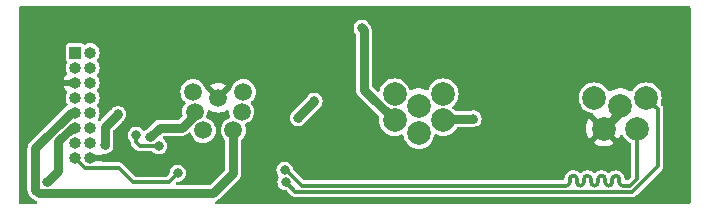
<source format=gbr>
%TF.GenerationSoftware,KiCad,Pcbnew,7.0.10*%
%TF.CreationDate,2025-03-26T19:50:04+01:00*%
%TF.ProjectId,ConnectorInterfaceBoard,436f6e6e-6563-4746-9f72-496e74657266,rev?*%
%TF.SameCoordinates,Original*%
%TF.FileFunction,Copper,L2,Bot*%
%TF.FilePolarity,Positive*%
%FSLAX46Y46*%
G04 Gerber Fmt 4.6, Leading zero omitted, Abs format (unit mm)*
G04 Created by KiCad (PCBNEW 7.0.10) date 2025-03-26 19:50:04*
%MOMM*%
%LPD*%
G01*
G04 APERTURE LIST*
%TA.AperFunction,ComponentPad*%
%ADD10R,1.000000X1.000000*%
%TD*%
%TA.AperFunction,ComponentPad*%
%ADD11O,1.000000X1.000000*%
%TD*%
%TA.AperFunction,ComponentPad*%
%ADD12C,1.520000*%
%TD*%
%TA.AperFunction,ComponentPad*%
%ADD13C,2.000000*%
%TD*%
%TA.AperFunction,ViaPad*%
%ADD14C,0.800000*%
%TD*%
%TA.AperFunction,Conductor*%
%ADD15C,0.750000*%
%TD*%
%TA.AperFunction,Conductor*%
%ADD16C,0.300000*%
%TD*%
G04 APERTURE END LIST*
D10*
%TO.P,J4,1,Pin_1*%
%TO.N,Analog0_In*%
X16713200Y-15875000D03*
D11*
%TO.P,J4,2,Pin_2*%
%TO.N,Analog1_In*%
X17983200Y-15875000D03*
%TO.P,J4,3,Pin_3*%
%TO.N,Analog2_In*%
X16713200Y-17145000D03*
%TO.P,J4,4,Pin_4*%
%TO.N,Analog3_In*%
X17983200Y-17145000D03*
%TO.P,J4,5,Pin_5*%
%TO.N,GND*%
X16713200Y-18415000D03*
%TO.P,J4,6,Pin_6*%
%TO.N,GPIO1_out{slash}in*%
X17983200Y-18415000D03*
%TO.P,J4,7,Pin_7*%
%TO.N,GPIO2_out{slash}in*%
X16713200Y-19685000D03*
%TO.P,J4,8,Pin_8*%
%TO.N,GPIO3_out{slash}in*%
X17983200Y-19685000D03*
%TO.P,J4,9,Pin_9*%
%TO.N,GPIO4_out{slash}in*%
X16713200Y-20955000D03*
%TO.P,J4,10,Pin_10*%
%TO.N,GPIO5_out{slash}in*%
X17983200Y-20955000D03*
%TO.P,J4,11,Pin_11*%
%TO.N,GPIO6_out{slash}in*%
X16713200Y-22225000D03*
%TO.P,J4,12,Pin_12*%
%TO.N,+BATT*%
X17983200Y-22225000D03*
%TO.P,J4,13,Pin_13*%
X16713200Y-23495000D03*
%TO.P,J4,14,Pin_14*%
%TO.N,CAN1_P*%
X17983200Y-23495000D03*
%TO.P,J4,15,Pin_15*%
%TO.N,CAN1_N*%
X16713200Y-24765000D03*
%TO.P,J4,16,Pin_16*%
%TO.N,GND*%
X17983200Y-24765000D03*
%TD*%
D12*
%TO.P,J1,1,Pin_1*%
%TO.N,GPIO1_out{slash}in*%
X26695400Y-19177000D03*
%TO.P,J1,2,Pin_2*%
%TO.N,GPIO2_out{slash}in*%
X26847800Y-20878800D03*
%TO.P,J1,3,Pin_3*%
%TO.N,GPIO3_out{slash}in*%
X27559000Y-22453600D03*
%TO.P,J1,4,Pin_4*%
%TO.N,GPIO4_out{slash}in*%
X30099000Y-22453600D03*
%TO.P,J1,5,Pin_5*%
%TO.N,GPIO5_out{slash}in*%
X30810200Y-20878800D03*
%TO.P,J1,6,Pin_6*%
%TO.N,GPIO6_out{slash}in*%
X30962600Y-19177000D03*
%TO.P,J1,7,Pin_7*%
%TO.N,GND*%
X28829000Y-19685000D03*
%TD*%
D13*
%TO.P,J3,1,Pin_1*%
%TO.N,+BATT*%
X60655200Y-19685000D03*
%TO.P,J3,2,Pin_2*%
%TO.N,GND*%
X61468000Y-22301200D03*
%TO.P,J3,3,Pin_3*%
%TO.N,CAN1_N*%
X64262000Y-22301200D03*
%TO.P,J3,4,Pin_4*%
%TO.N,CAN1_P*%
X65074800Y-19685000D03*
%TO.P,J3,5,Pin_5*%
%TO.N,GND*%
X62865000Y-20370800D03*
%TD*%
%TO.P,J2,1,Pin_1*%
%TO.N,+BATT*%
X43764200Y-19354800D03*
%TO.P,J2,2,Pin_2*%
%TO.N,Analog0_In*%
X43764200Y-21615400D03*
%TO.P,J2,3,Pin_3*%
%TO.N,Analog1_In*%
X45821600Y-22707600D03*
%TO.P,J2,4,Pin_4*%
%TO.N,Analog2_In*%
X47879000Y-21615400D03*
%TO.P,J2,5,Pin_5*%
%TO.N,Analog3_In*%
X47879000Y-19354800D03*
%TO.P,J2,6,Pin_6*%
%TO.N,GND*%
X45821600Y-20396200D03*
%TD*%
D14*
%TO.N,GPIO2_out{slash}in*%
X23065310Y-23036006D03*
%TO.N,GPIO6_out{slash}in*%
X14332046Y-26813404D03*
%TO.N,GND*%
X20828000Y-24485600D03*
X22910800Y-25755600D03*
X14579600Y-18389600D03*
X24587200Y-24993600D03*
X28803600Y-25755600D03*
X31343600Y-25806400D03*
%TO.N,+BATT*%
X19259567Y-23711600D03*
X35602270Y-21385530D03*
X20332926Y-21094920D03*
X36961521Y-19987062D03*
%TO.N,Analog0_In*%
X40995600Y-13802000D03*
%TO.N,Analog2_In*%
X50429000Y-21463000D03*
%TO.N,CAN1_N*%
X25400000Y-26084000D03*
X34463181Y-25815581D03*
%TO.N,CAN1_P*%
X34540370Y-26812600D03*
X23814451Y-23785148D03*
X21862545Y-22859911D03*
%TD*%
D15*
%TO.N,GPIO2_out{slash}in*%
X25748673Y-22233030D02*
X26847800Y-21133903D01*
X23868286Y-22233030D02*
X25748673Y-22233030D01*
X26847800Y-21133903D02*
X26847800Y-20878800D01*
X23065310Y-23036006D02*
X23868286Y-22233030D01*
%TO.N,GPIO4_out{slash}in*%
X13666004Y-27788404D02*
X28396396Y-27788404D01*
X13357046Y-23958252D02*
X13357046Y-27479446D01*
X16713200Y-20955000D02*
X16360298Y-20955000D01*
X30099000Y-26085800D02*
X30099000Y-22453600D01*
X16360298Y-20955000D02*
X13357046Y-23958252D01*
X28396396Y-27788404D02*
X30099000Y-26085800D01*
X13357046Y-27479446D02*
X13666004Y-27788404D01*
%TO.N,GPIO6_out{slash}in*%
X15290800Y-25854650D02*
X15290800Y-23368000D01*
X15290800Y-23368000D02*
X16433800Y-22225000D01*
X14332046Y-26813404D02*
X15290800Y-25854650D01*
X16433800Y-22225000D02*
X16713200Y-22225000D01*
%TO.N,GND*%
X62865000Y-20370800D02*
X62865000Y-20904200D01*
X62865000Y-20904200D02*
X61468000Y-22301200D01*
%TO.N,+BATT*%
X35602270Y-21385530D02*
X35602270Y-21346313D01*
X20332926Y-21094920D02*
X19259567Y-22168279D01*
X19259567Y-22168279D02*
X19259567Y-23711600D01*
X35602270Y-21346313D02*
X36961521Y-19987062D01*
%TO.N,Analog0_In*%
X40995600Y-13802000D02*
X41148000Y-13954400D01*
X41148000Y-13954400D02*
X41148000Y-18999200D01*
X41148000Y-18999200D02*
X43764200Y-21615400D01*
%TO.N,Analog2_In*%
X50429000Y-21463000D02*
X48031400Y-21463000D01*
X48031400Y-21463000D02*
X47879000Y-21615400D01*
D16*
%TO.N,CAN1_N*%
X20408000Y-25615000D02*
X17563200Y-25615000D01*
X62793600Y-26835200D02*
X62793600Y-26583253D01*
X24650000Y-26834000D02*
X21627000Y-26834000D01*
X35923631Y-27135200D02*
X34604012Y-25815581D01*
X17563200Y-25615000D02*
X16713200Y-24765000D01*
X25400000Y-26084000D02*
X24650000Y-26834000D01*
X64262000Y-22301200D02*
X64262000Y-26572494D01*
X21627000Y-26834000D02*
X20408000Y-25615000D01*
X61593600Y-26835200D02*
X61593600Y-26583251D01*
X34604012Y-25815581D02*
X34463181Y-25815581D01*
X58293600Y-27135200D02*
X56844344Y-27135200D01*
X62193600Y-26583253D02*
X62193600Y-26835200D01*
X60393600Y-26835200D02*
X60393600Y-26583250D01*
X56844344Y-27135200D02*
X35923631Y-27135200D01*
X63699294Y-27135200D02*
X63093600Y-27135200D01*
X60993600Y-26583251D02*
X60993600Y-26835200D01*
X59793600Y-26583250D02*
X59793600Y-26835200D01*
X58593600Y-26583242D02*
X58593600Y-26835200D01*
X59193600Y-26835200D02*
X59193600Y-26583242D01*
X64262000Y-26572494D02*
X63699294Y-27135200D01*
X60693600Y-27135200D02*
G75*
G03*
X60993600Y-26835200I0J300000D01*
G01*
X61593600Y-26835200D02*
G75*
G03*
X61893600Y-27135200I300000J0D01*
G01*
X61293600Y-26283300D02*
G75*
G03*
X60993600Y-26583251I0J-300000D01*
G01*
X60393650Y-26583250D02*
G75*
G03*
X60093600Y-26283250I-300050J-50D01*
G01*
X60393600Y-26835200D02*
G75*
G03*
X60693600Y-27135200I300000J0D01*
G01*
X58893600Y-26283200D02*
G75*
G03*
X58593600Y-26583242I0J-300000D01*
G01*
X59193558Y-26583242D02*
G75*
G03*
X58893600Y-26283242I-299958J42D01*
G01*
X58293600Y-27135200D02*
G75*
G03*
X58593600Y-26835200I0J300000D01*
G01*
X60093600Y-26283300D02*
G75*
G03*
X59793600Y-26583250I0J-300000D01*
G01*
X62793647Y-26583253D02*
G75*
G03*
X62493600Y-26283253I-300047J-47D01*
G01*
X62493600Y-26283300D02*
G75*
G03*
X62193600Y-26583253I0J-300000D01*
G01*
X61893600Y-27135200D02*
G75*
G03*
X62193600Y-26835200I0J300000D01*
G01*
X61593649Y-26583251D02*
G75*
G03*
X61293600Y-26283251I-300049J-49D01*
G01*
X62793600Y-26835200D02*
G75*
G03*
X63093600Y-27135200I300000J0D01*
G01*
X59193600Y-26835200D02*
G75*
G03*
X59493600Y-27135200I300000J0D01*
G01*
X59493600Y-27135200D02*
G75*
G03*
X59793600Y-26835200I0J300000D01*
G01*
%TO.N,CAN1_P*%
X35362970Y-27635200D02*
X63906400Y-27635200D01*
X34540370Y-26812600D02*
X35362970Y-27635200D01*
X21862545Y-23469964D02*
X22177729Y-23785148D01*
X66074800Y-25466800D02*
X66074800Y-20685000D01*
X63906400Y-27635200D02*
X66074800Y-25466800D01*
X66074800Y-20685000D02*
X65074800Y-19685000D01*
X22177729Y-23785148D02*
X23814451Y-23785148D01*
X21862545Y-22859911D02*
X21862545Y-23469964D01*
%TD*%
%TA.AperFunction,Conductor*%
%TO.N,GND*%
G36*
X68759000Y-11958462D02*
G01*
X68813538Y-12013000D01*
X68833500Y-12087500D01*
X68833500Y-28552500D01*
X68813538Y-28627000D01*
X68759000Y-28681538D01*
X68684500Y-28701500D01*
X28707595Y-28701500D01*
X28633095Y-28681538D01*
X28578557Y-28627000D01*
X28558595Y-28552500D01*
X28578557Y-28478000D01*
X28633095Y-28423462D01*
X28646427Y-28416635D01*
X28649153Y-28415407D01*
X28650903Y-28414619D01*
X28659194Y-28411184D01*
X28712622Y-28390922D01*
X28718459Y-28386892D01*
X28741947Y-28373644D01*
X28748424Y-28370730D01*
X28793388Y-28335501D01*
X28800610Y-28330186D01*
X28847625Y-28297736D01*
X28885501Y-28254981D01*
X28891637Y-28248462D01*
X30559058Y-26581041D01*
X30565577Y-26574905D01*
X30608332Y-26537029D01*
X30640782Y-26490014D01*
X30646104Y-26482783D01*
X30668150Y-26454645D01*
X30681326Y-26437828D01*
X30684240Y-26431351D01*
X30697488Y-26407863D01*
X30701518Y-26402026D01*
X30721780Y-26348597D01*
X30725198Y-26340345D01*
X30748650Y-26288239D01*
X30749927Y-26281267D01*
X30757174Y-26255273D01*
X30759687Y-26248647D01*
X30759686Y-26248647D01*
X30759688Y-26248645D01*
X30766575Y-26191916D01*
X30767922Y-26183073D01*
X30778219Y-26126885D01*
X30774771Y-26069895D01*
X30774500Y-26060900D01*
X30774500Y-25815581D01*
X33757536Y-25815581D01*
X33778041Y-25984455D01*
X33838362Y-26143510D01*
X33865644Y-26183034D01*
X33913851Y-26252874D01*
X33936276Y-26285361D01*
X33962169Y-26358013D01*
X33948266Y-26433878D01*
X33936277Y-26454645D01*
X33915551Y-26484670D01*
X33855230Y-26643725D01*
X33834725Y-26812600D01*
X33855230Y-26981474D01*
X33915551Y-27140529D01*
X33915552Y-27140530D01*
X34012187Y-27280529D01*
X34012189Y-27280530D01*
X34012190Y-27280532D01*
X34139516Y-27393332D01*
X34139518Y-27393334D01*
X34290145Y-27472390D01*
X34455314Y-27513100D01*
X34542048Y-27513100D01*
X34616548Y-27533062D01*
X34647407Y-27556741D01*
X35020610Y-27929943D01*
X35031743Y-27942401D01*
X35053091Y-27969170D01*
X35099955Y-28001121D01*
X35104468Y-28004324D01*
X35106444Y-28005782D01*
X35150088Y-28037993D01*
X35150090Y-28037994D01*
X35157648Y-28041989D01*
X35165292Y-28045670D01*
X35165295Y-28045671D01*
X35165297Y-28045672D01*
X35219512Y-28062394D01*
X35224748Y-28064117D01*
X35267263Y-28078994D01*
X35278271Y-28082846D01*
X35286655Y-28084432D01*
X35295066Y-28085700D01*
X35295068Y-28085700D01*
X35351753Y-28085700D01*
X35357323Y-28085804D01*
X35413980Y-28087924D01*
X35413984Y-28087923D01*
X35425079Y-28086674D01*
X35425216Y-28087897D01*
X35441897Y-28085700D01*
X63872734Y-28085700D01*
X63889414Y-28086636D01*
X63923435Y-28090470D01*
X63979197Y-28079918D01*
X63984602Y-28079000D01*
X64040687Y-28070548D01*
X64040694Y-28070544D01*
X64048861Y-28068025D01*
X64056868Y-28065224D01*
X64056868Y-28065223D01*
X64056872Y-28065223D01*
X64107042Y-28038705D01*
X64111948Y-28036229D01*
X64163042Y-28011625D01*
X64163044Y-28011622D01*
X64170095Y-28006816D01*
X64176935Y-28001768D01*
X64176935Y-28001767D01*
X64176938Y-28001766D01*
X64217060Y-27961642D01*
X64220992Y-27957854D01*
X64262594Y-27919255D01*
X64262595Y-27919252D01*
X64262597Y-27919251D01*
X64269557Y-27910524D01*
X64270542Y-27911309D01*
X64280761Y-27897941D01*
X66369554Y-25809147D01*
X66381993Y-25798032D01*
X66408770Y-25776679D01*
X66440739Y-25729788D01*
X66443908Y-25725321D01*
X66477593Y-25679682D01*
X66477594Y-25679680D01*
X66481574Y-25672150D01*
X66485267Y-25664480D01*
X66485272Y-25664473D01*
X66501985Y-25610288D01*
X66503728Y-25604989D01*
X66514275Y-25574849D01*
X66522446Y-25551499D01*
X66522446Y-25551496D01*
X66524027Y-25543141D01*
X66525300Y-25534700D01*
X66525300Y-25478034D01*
X66525404Y-25472463D01*
X66525458Y-25471012D01*
X66527525Y-25415790D01*
X66527524Y-25415785D01*
X66526275Y-25404692D01*
X66527493Y-25404554D01*
X66525300Y-25387870D01*
X66525300Y-20718666D01*
X66526237Y-20701984D01*
X66528145Y-20685047D01*
X66530070Y-20667965D01*
X66522319Y-20626997D01*
X66519530Y-20612258D01*
X66518596Y-20606764D01*
X66510148Y-20550714D01*
X66507632Y-20542557D01*
X66504825Y-20534534D01*
X66504824Y-20534529D01*
X66481509Y-20490415D01*
X66478318Y-20484378D01*
X66475807Y-20479403D01*
X66451226Y-20428360D01*
X66446422Y-20421314D01*
X66441366Y-20414463D01*
X66401278Y-20374375D01*
X66397438Y-20370389D01*
X66358855Y-20328806D01*
X66358852Y-20328804D01*
X66350127Y-20321846D01*
X66350886Y-20320894D01*
X66337542Y-20310639D01*
X66329791Y-20302888D01*
X66291227Y-20236093D01*
X66291227Y-20158965D01*
X66300115Y-20134549D01*
X66301539Y-20131496D01*
X66360435Y-19911692D01*
X66380268Y-19685000D01*
X66360435Y-19458308D01*
X66301539Y-19238504D01*
X66205368Y-19032266D01*
X66124841Y-18917261D01*
X66074848Y-18845862D01*
X65913937Y-18684951D01*
X65727541Y-18554437D01*
X65727538Y-18554435D01*
X65727534Y-18554432D01*
X65521296Y-18458261D01*
X65301492Y-18399365D01*
X65301493Y-18399365D01*
X65074800Y-18379532D01*
X64848106Y-18399365D01*
X64628307Y-18458260D01*
X64628306Y-18458260D01*
X64628304Y-18458261D01*
X64422066Y-18554432D01*
X64422063Y-18554434D01*
X64422061Y-18554435D01*
X64422058Y-18554437D01*
X64235662Y-18684951D01*
X64074751Y-18845862D01*
X63944237Y-19032258D01*
X63944228Y-19032272D01*
X63928224Y-19066593D01*
X63878646Y-19125676D01*
X63806169Y-19152053D01*
X63730213Y-19138658D01*
X63701669Y-19121202D01*
X63688236Y-19110747D01*
X63469606Y-18992431D01*
X63234493Y-18911717D01*
X62989291Y-18870800D01*
X62740708Y-18870800D01*
X62495506Y-18911717D01*
X62260393Y-18992431D01*
X62041769Y-19110744D01*
X62041767Y-19110745D01*
X62028328Y-19121205D01*
X61957275Y-19151208D01*
X61880740Y-19141666D01*
X61819229Y-19095134D01*
X61801774Y-19066590D01*
X61785771Y-19032272D01*
X61785769Y-19032270D01*
X61785768Y-19032266D01*
X61785765Y-19032261D01*
X61785764Y-19032260D01*
X61655248Y-18845862D01*
X61494337Y-18684951D01*
X61307941Y-18554437D01*
X61307938Y-18554435D01*
X61307934Y-18554432D01*
X61101696Y-18458261D01*
X60881892Y-18399365D01*
X60881893Y-18399365D01*
X60655200Y-18379532D01*
X60428506Y-18399365D01*
X60208707Y-18458260D01*
X60208706Y-18458260D01*
X60208704Y-18458261D01*
X60002466Y-18554432D01*
X60002463Y-18554434D01*
X60002461Y-18554435D01*
X60002458Y-18554437D01*
X59816062Y-18684951D01*
X59655151Y-18845862D01*
X59524637Y-19032258D01*
X59524635Y-19032261D01*
X59524634Y-19032263D01*
X59524632Y-19032266D01*
X59428461Y-19238504D01*
X59428460Y-19238507D01*
X59369565Y-19458306D01*
X59349732Y-19685000D01*
X59369565Y-19911693D01*
X59398987Y-20021497D01*
X59428461Y-20131496D01*
X59524632Y-20337734D01*
X59524635Y-20337738D01*
X59524637Y-20337741D01*
X59655151Y-20524137D01*
X59816062Y-20685048D01*
X59883632Y-20732360D01*
X60002466Y-20815568D01*
X60208704Y-20911739D01*
X60428508Y-20970635D01*
X60458898Y-20973293D01*
X60531373Y-20999670D01*
X60580951Y-21058753D01*
X60581382Y-21061029D01*
X61104891Y-21584538D01*
X60966052Y-21671777D01*
X60838577Y-21799252D01*
X60751338Y-21938091D01*
X60244563Y-21431316D01*
X60144266Y-21584832D01*
X60044412Y-21812478D01*
X59983386Y-22053466D01*
X59962859Y-22301198D01*
X59962859Y-22301201D01*
X59983386Y-22548933D01*
X60044412Y-22789921D01*
X60144263Y-23017558D01*
X60144267Y-23017565D01*
X60244563Y-23171081D01*
X60751337Y-22664306D01*
X60838577Y-22803148D01*
X60966052Y-22930623D01*
X61104891Y-23017861D01*
X60597942Y-23524809D01*
X60597942Y-23524810D01*
X60644766Y-23561254D01*
X60863393Y-23679568D01*
X61098506Y-23760282D01*
X61343708Y-23801199D01*
X61343708Y-23801200D01*
X61592292Y-23801200D01*
X61592291Y-23801199D01*
X61837493Y-23760282D01*
X62072606Y-23679568D01*
X62291233Y-23561254D01*
X62338056Y-23524809D01*
X61831108Y-23017861D01*
X61969948Y-22930623D01*
X62097423Y-22803148D01*
X62184661Y-22664308D01*
X62691435Y-23171082D01*
X62691435Y-23171081D01*
X62791728Y-23017574D01*
X62791733Y-23017564D01*
X62838471Y-22911011D01*
X62886678Y-22850804D01*
X62958529Y-22822766D01*
X63034773Y-22834411D01*
X63094980Y-22882618D01*
X63109961Y-22907890D01*
X63122272Y-22934290D01*
X63131432Y-22953934D01*
X63145132Y-22973500D01*
X63261951Y-23140337D01*
X63422862Y-23301248D01*
X63477692Y-23339640D01*
X63609266Y-23431768D01*
X63636919Y-23444663D01*
X63725469Y-23485954D01*
X63784553Y-23535530D01*
X63810933Y-23608007D01*
X63811500Y-23620994D01*
X63811500Y-26324173D01*
X63791538Y-26398673D01*
X63767859Y-26429532D01*
X63556332Y-26641059D01*
X63489537Y-26679623D01*
X63450973Y-26684700D01*
X63393140Y-26684700D01*
X63318640Y-26664738D01*
X63264102Y-26610200D01*
X63244140Y-26535720D01*
X63244137Y-26509267D01*
X63215276Y-26364282D01*
X63158688Y-26227711D01*
X63158687Y-26227709D01*
X63158686Y-26227707D01*
X63111833Y-26157603D01*
X63076546Y-26104803D01*
X62972006Y-26000279D01*
X62972000Y-26000275D01*
X62849085Y-25918156D01*
X62849076Y-25918151D01*
X62712509Y-25861590D01*
X62712505Y-25861589D01*
X62712294Y-25861547D01*
X62567515Y-25832752D01*
X62567511Y-25832752D01*
X62493600Y-25832753D01*
X62424862Y-25832753D01*
X62424147Y-25832800D01*
X62419690Y-25832800D01*
X62310954Y-25854426D01*
X62274708Y-25861635D01*
X62274704Y-25861636D01*
X62138144Y-25918194D01*
X62138136Y-25918198D01*
X62015227Y-26000313D01*
X62015221Y-26000318D01*
X61998984Y-26016553D01*
X61932186Y-26055111D01*
X61855058Y-26055103D01*
X61788286Y-26016553D01*
X61772010Y-26000280D01*
X61772008Y-26000278D01*
X61772006Y-26000276D01*
X61649085Y-25918154D01*
X61649080Y-25918152D01*
X61649075Y-25918149D01*
X61512509Y-25861588D01*
X61512505Y-25861587D01*
X61512304Y-25861547D01*
X61367515Y-25832750D01*
X61367511Y-25832750D01*
X61293600Y-25832751D01*
X61224907Y-25832751D01*
X61224160Y-25832800D01*
X61219690Y-25832800D01*
X61110954Y-25854426D01*
X61074708Y-25861635D01*
X61074704Y-25861636D01*
X60938147Y-25918193D01*
X60938138Y-25918198D01*
X60815226Y-26000315D01*
X60815220Y-26000320D01*
X60798982Y-26016555D01*
X60732182Y-26055111D01*
X60655054Y-26055102D01*
X60588286Y-26016553D01*
X60572009Y-26000279D01*
X60572008Y-26000278D01*
X60572005Y-26000275D01*
X60548323Y-25984453D01*
X60449092Y-25918156D01*
X60449085Y-25918153D01*
X60449086Y-25918153D01*
X60449084Y-25918152D01*
X60312626Y-25861636D01*
X60312503Y-25861585D01*
X60250034Y-25849161D01*
X60167515Y-25832749D01*
X60167511Y-25832749D01*
X60093600Y-25832750D01*
X60024929Y-25832750D01*
X60024164Y-25832800D01*
X60019690Y-25832800D01*
X59957804Y-25845108D01*
X59874711Y-25861634D01*
X59738141Y-25918196D01*
X59738135Y-25918200D01*
X59615232Y-26000310D01*
X59615221Y-26000319D01*
X59598971Y-26016566D01*
X59532171Y-26055122D01*
X59455043Y-26055113D01*
X59388259Y-26016547D01*
X59372025Y-26000311D01*
X59348295Y-25984453D01*
X59249108Y-25918170D01*
X59249096Y-25918164D01*
X59112523Y-25861589D01*
X59112514Y-25861586D01*
X58967522Y-25832743D01*
X58955344Y-25832742D01*
X58955183Y-25832699D01*
X58819678Y-25832700D01*
X58734524Y-25849640D01*
X58674668Y-25861547D01*
X58674666Y-25861547D01*
X58674665Y-25861548D01*
X58538076Y-25918131D01*
X58538070Y-25918134D01*
X58415154Y-26000274D01*
X58415148Y-26000278D01*
X58310610Y-26104830D01*
X58310607Y-26104834D01*
X58228484Y-26227764D01*
X58171918Y-26364365D01*
X58143090Y-26509383D01*
X58143094Y-26535682D01*
X58123141Y-26610185D01*
X58068609Y-26664729D01*
X57994112Y-26684700D01*
X36171953Y-26684700D01*
X36097453Y-26664738D01*
X36066594Y-26641059D01*
X35195192Y-25769658D01*
X35156628Y-25702863D01*
X35152637Y-25682259D01*
X35148321Y-25646709D01*
X35087999Y-25487651D01*
X34991364Y-25347652D01*
X34991361Y-25347649D01*
X34991360Y-25347648D01*
X34864034Y-25234848D01*
X34864035Y-25234848D01*
X34713405Y-25155790D01*
X34548237Y-25115081D01*
X34378125Y-25115081D01*
X34212956Y-25155790D01*
X34062326Y-25234848D01*
X33935001Y-25347648D01*
X33934998Y-25347652D01*
X33838362Y-25487651D01*
X33778041Y-25646706D01*
X33757536Y-25815581D01*
X30774500Y-25815581D01*
X30774500Y-23341612D01*
X30794462Y-23267112D01*
X30828976Y-23226433D01*
X30832663Y-23223406D01*
X30852515Y-23207115D01*
X30985040Y-23045633D01*
X31083515Y-22861399D01*
X31144155Y-22661494D01*
X31164631Y-22453600D01*
X31144155Y-22245706D01*
X31087406Y-22058631D01*
X31084883Y-21981547D01*
X31121241Y-21913526D01*
X31186737Y-21872797D01*
X31217999Y-21863315D01*
X31386982Y-21772992D01*
X31402222Y-21764846D01*
X31402222Y-21764845D01*
X31402233Y-21764840D01*
X31563715Y-21632315D01*
X31696240Y-21470833D01*
X31701707Y-21460606D01*
X31723466Y-21419896D01*
X31741835Y-21385530D01*
X34896625Y-21385530D01*
X34917130Y-21554404D01*
X34977451Y-21713459D01*
X34977452Y-21713460D01*
X35074087Y-21853459D01*
X35074089Y-21853460D01*
X35074090Y-21853462D01*
X35201416Y-21966262D01*
X35201418Y-21966264D01*
X35352045Y-22045320D01*
X35517214Y-22086030D01*
X35687326Y-22086030D01*
X35852495Y-22045320D01*
X36003122Y-21966264D01*
X36130453Y-21853459D01*
X36227088Y-21713460D01*
X36238146Y-21684300D01*
X36272101Y-21631781D01*
X37291022Y-20612860D01*
X37327133Y-20586290D01*
X37362373Y-20567796D01*
X37489704Y-20454991D01*
X37586339Y-20314992D01*
X37646661Y-20155934D01*
X37667166Y-19987062D01*
X37646661Y-19818190D01*
X37628018Y-19769033D01*
X37586339Y-19659132D01*
X37580647Y-19650886D01*
X37489704Y-19519133D01*
X37489701Y-19519130D01*
X37489700Y-19519129D01*
X37362374Y-19406329D01*
X37362375Y-19406329D01*
X37211745Y-19327271D01*
X37046577Y-19286562D01*
X36876465Y-19286562D01*
X36711296Y-19327271D01*
X36560666Y-19406329D01*
X36433342Y-19519128D01*
X36433332Y-19519139D01*
X36350083Y-19639744D01*
X36332819Y-19660460D01*
X35142232Y-20851048D01*
X35135681Y-20857214D01*
X35092944Y-20895076D01*
X35092934Y-20895088D01*
X35092870Y-20895182D01*
X35079460Y-20910323D01*
X35080062Y-20910857D01*
X35074086Y-20917601D01*
X35032677Y-20977591D01*
X35027352Y-20984827D01*
X35019945Y-20994282D01*
X35015285Y-21001990D01*
X35014901Y-21001758D01*
X35009993Y-21010453D01*
X34977453Y-21057597D01*
X34977449Y-21057605D01*
X34917131Y-21216651D01*
X34917130Y-21216657D01*
X34917130Y-21216658D01*
X34911407Y-21263792D01*
X34896625Y-21385530D01*
X31741835Y-21385530D01*
X31794715Y-21286599D01*
X31855355Y-21086694D01*
X31875831Y-20878800D01*
X31855355Y-20670906D01*
X31854463Y-20667967D01*
X31829686Y-20586287D01*
X31794715Y-20471001D01*
X31753782Y-20394420D01*
X31696246Y-20286777D01*
X31696243Y-20286772D01*
X31696240Y-20286767D01*
X31624059Y-20198814D01*
X31592228Y-20128563D01*
X31599788Y-20051806D01*
X31644713Y-19989113D01*
X31644714Y-19989112D01*
X31666602Y-19971149D01*
X31716115Y-19930515D01*
X31848640Y-19769033D01*
X31947115Y-19584799D01*
X32007755Y-19384894D01*
X32028231Y-19177000D01*
X32007755Y-18969106D01*
X32007488Y-18968227D01*
X31977934Y-18870800D01*
X31947115Y-18769201D01*
X31902084Y-18684953D01*
X31848646Y-18584977D01*
X31848642Y-18584972D01*
X31848640Y-18584967D01*
X31716115Y-18423485D01*
X31712096Y-18420187D01*
X31554634Y-18290961D01*
X31554635Y-18290961D01*
X31554633Y-18290960D01*
X31554630Y-18290958D01*
X31554622Y-18290953D01*
X31370403Y-18192487D01*
X31370401Y-18192486D01*
X31370399Y-18192485D01*
X31345599Y-18184962D01*
X31170496Y-18131845D01*
X31170497Y-18131845D01*
X30962600Y-18111369D01*
X30754702Y-18131845D01*
X30554803Y-18192484D01*
X30554796Y-18192487D01*
X30370577Y-18290953D01*
X30370565Y-18290961D01*
X30209086Y-18423483D01*
X30209083Y-18423486D01*
X30076561Y-18584965D01*
X30076553Y-18584977D01*
X29978087Y-18769196D01*
X29978085Y-18769201D01*
X29936551Y-18906120D01*
X29899326Y-18968226D01*
X29439514Y-19428037D01*
X29376158Y-19307324D01*
X29269875Y-19187355D01*
X29137970Y-19096307D01*
X29084438Y-19076005D01*
X29525750Y-18634694D01*
X29461406Y-18589639D01*
X29461401Y-18589637D01*
X29261592Y-18496465D01*
X29048631Y-18439401D01*
X28829000Y-18420187D01*
X28609368Y-18439401D01*
X28396407Y-18496465D01*
X28196596Y-18589638D01*
X28196590Y-18589641D01*
X28132248Y-18634693D01*
X28132247Y-18634693D01*
X28573559Y-19076005D01*
X28520030Y-19096307D01*
X28388125Y-19187355D01*
X28281842Y-19307324D01*
X28218485Y-19428039D01*
X27758673Y-18968227D01*
X27721449Y-18906121D01*
X27679915Y-18769201D01*
X27634884Y-18684953D01*
X27581446Y-18584977D01*
X27581442Y-18584972D01*
X27581440Y-18584967D01*
X27448915Y-18423485D01*
X27444896Y-18420187D01*
X27287434Y-18290961D01*
X27287435Y-18290961D01*
X27287433Y-18290960D01*
X27287430Y-18290958D01*
X27287422Y-18290953D01*
X27103203Y-18192487D01*
X27103201Y-18192486D01*
X27103199Y-18192485D01*
X27078399Y-18184962D01*
X26903296Y-18131845D01*
X26903297Y-18131845D01*
X26695400Y-18111369D01*
X26487502Y-18131845D01*
X26287603Y-18192484D01*
X26287596Y-18192487D01*
X26103377Y-18290953D01*
X26103365Y-18290961D01*
X25941886Y-18423483D01*
X25941883Y-18423486D01*
X25809361Y-18584965D01*
X25809353Y-18584977D01*
X25710887Y-18769196D01*
X25710884Y-18769203D01*
X25650245Y-18969102D01*
X25629769Y-19177000D01*
X25650245Y-19384897D01*
X25710884Y-19584796D01*
X25710887Y-19584803D01*
X25809353Y-19769022D01*
X25809361Y-19769034D01*
X25941883Y-19930513D01*
X25941887Y-19930517D01*
X26013286Y-19989113D01*
X26058211Y-20051806D01*
X26065771Y-20128563D01*
X26033940Y-20198815D01*
X25961762Y-20286764D01*
X25961753Y-20286777D01*
X25863287Y-20470996D01*
X25863284Y-20471003D01*
X25802645Y-20670902D01*
X25782169Y-20878800D01*
X25802645Y-21086697D01*
X25802646Y-21086700D01*
X25808621Y-21106398D01*
X25811143Y-21183485D01*
X25774783Y-21251505D01*
X25771395Y-21255005D01*
X25512513Y-21513889D01*
X25445719Y-21552453D01*
X25407154Y-21557530D01*
X23893197Y-21557530D01*
X23884201Y-21557258D01*
X23876314Y-21556780D01*
X23827201Y-21553810D01*
X23827200Y-21553810D01*
X23827198Y-21553810D01*
X23771038Y-21564102D01*
X23762142Y-21565456D01*
X23705443Y-21572341D01*
X23705440Y-21572342D01*
X23698798Y-21574861D01*
X23672836Y-21582099D01*
X23665845Y-21583380D01*
X23613764Y-21606819D01*
X23605456Y-21610260D01*
X23552059Y-21630512D01*
X23546207Y-21634551D01*
X23522747Y-21647782D01*
X23516260Y-21650702D01*
X23516258Y-21650703D01*
X23471302Y-21685925D01*
X23464052Y-21691259D01*
X23417062Y-21723693D01*
X23417050Y-21723703D01*
X23379187Y-21766441D01*
X23373021Y-21772992D01*
X22735809Y-22410204D01*
X22699696Y-22436777D01*
X22664456Y-22455273D01*
X22647593Y-22470212D01*
X22578591Y-22504671D01*
X22501604Y-22500013D01*
X22437260Y-22457485D01*
X22426176Y-22443337D01*
X22390728Y-22391982D01*
X22390724Y-22391978D01*
X22263398Y-22279178D01*
X22263399Y-22279178D01*
X22112769Y-22200120D01*
X21947601Y-22159411D01*
X21777489Y-22159411D01*
X21612320Y-22200120D01*
X21461690Y-22279178D01*
X21334365Y-22391978D01*
X21334362Y-22391982D01*
X21237726Y-22531981D01*
X21177405Y-22691036D01*
X21156900Y-22859911D01*
X21177405Y-23028785D01*
X21231371Y-23171082D01*
X21237727Y-23187841D01*
X21334362Y-23327840D01*
X21347688Y-23339646D01*
X21359040Y-23349702D01*
X21401567Y-23414047D01*
X21408299Y-23477908D01*
X21407275Y-23486996D01*
X21407275Y-23486999D01*
X21417811Y-23542685D01*
X21418743Y-23548173D01*
X21427196Y-23604250D01*
X21429714Y-23612412D01*
X21432521Y-23620436D01*
X21459019Y-23670572D01*
X21461530Y-23675546D01*
X21486117Y-23726601D01*
X21490929Y-23733660D01*
X21495979Y-23740502D01*
X21536078Y-23780601D01*
X21539918Y-23784587D01*
X21578490Y-23826158D01*
X21578492Y-23826159D01*
X21587220Y-23833120D01*
X21586452Y-23834082D01*
X21599802Y-23844325D01*
X21835373Y-24079896D01*
X21846506Y-24092354D01*
X21867849Y-24119118D01*
X21914672Y-24151041D01*
X21919214Y-24154263D01*
X21944339Y-24172805D01*
X21964846Y-24187940D01*
X21964847Y-24187940D01*
X21964848Y-24187941D01*
X21972408Y-24191936D01*
X21980053Y-24195618D01*
X21980056Y-24195620D01*
X22034250Y-24212336D01*
X22039525Y-24214071D01*
X22093029Y-24232794D01*
X22093030Y-24232794D01*
X22101384Y-24234375D01*
X22109824Y-24235647D01*
X22109827Y-24235648D01*
X22166511Y-24235648D01*
X22172081Y-24235752D01*
X22228739Y-24237872D01*
X22228743Y-24237871D01*
X22239838Y-24236622D01*
X22239975Y-24237845D01*
X22256656Y-24235648D01*
X23210087Y-24235648D01*
X23284587Y-24255610D01*
X23308892Y-24273120D01*
X23413597Y-24365880D01*
X23413599Y-24365882D01*
X23564226Y-24444938D01*
X23729395Y-24485648D01*
X23899507Y-24485648D01*
X24064676Y-24444938D01*
X24215303Y-24365882D01*
X24342634Y-24253077D01*
X24439269Y-24113078D01*
X24499591Y-23954020D01*
X24520096Y-23785148D01*
X24499591Y-23616276D01*
X24478729Y-23561268D01*
X24439269Y-23457218D01*
X24421702Y-23431768D01*
X24342634Y-23317219D01*
X24342631Y-23317216D01*
X24342630Y-23317215D01*
X24218352Y-23207115D01*
X24215304Y-23204415D01*
X24215305Y-23204415D01*
X24211162Y-23202241D01*
X24186815Y-23189462D01*
X24130126Y-23137165D01*
X24107181Y-23063529D01*
X24124127Y-22988286D01*
X24176425Y-22931596D01*
X24250061Y-22908651D01*
X24256060Y-22908530D01*
X25723773Y-22908530D01*
X25732768Y-22908801D01*
X25789758Y-22912249D01*
X25845946Y-22901952D01*
X25854789Y-22900605D01*
X25911518Y-22893718D01*
X25918147Y-22891203D01*
X25944140Y-22883957D01*
X25951112Y-22882680D01*
X26003218Y-22859228D01*
X26011470Y-22855810D01*
X26064899Y-22835548D01*
X26070736Y-22831518D01*
X26094224Y-22818270D01*
X26100701Y-22815356D01*
X26145665Y-22780127D01*
X26152887Y-22774812D01*
X26199902Y-22742362D01*
X26237778Y-22699607D01*
X26243914Y-22693088D01*
X26282594Y-22654408D01*
X26349387Y-22615846D01*
X26426515Y-22615846D01*
X26493310Y-22654410D01*
X26530535Y-22716516D01*
X26552812Y-22789951D01*
X26573830Y-22859241D01*
X26574485Y-22861398D01*
X26574487Y-22861403D01*
X26672953Y-23045622D01*
X26672961Y-23045634D01*
X26775912Y-23171081D01*
X26805485Y-23207115D01*
X26966967Y-23339640D01*
X26966972Y-23339642D01*
X26966977Y-23339646D01*
X27073644Y-23396660D01*
X27151201Y-23438115D01*
X27351103Y-23498754D01*
X27351106Y-23498755D01*
X27559000Y-23519231D01*
X27766894Y-23498755D01*
X27966799Y-23438115D01*
X28151033Y-23339640D01*
X28312515Y-23207115D01*
X28445040Y-23045633D01*
X28543515Y-22861399D01*
X28604155Y-22661494D01*
X28624631Y-22453600D01*
X28604155Y-22245706D01*
X28543515Y-22045801D01*
X28501001Y-21966262D01*
X28445046Y-21861577D01*
X28445042Y-21861572D01*
X28445040Y-21861567D01*
X28356690Y-21753912D01*
X28312516Y-21700086D01*
X28312513Y-21700083D01*
X28165777Y-21579660D01*
X28151033Y-21567560D01*
X28151030Y-21567558D01*
X28151022Y-21567553D01*
X27966803Y-21469087D01*
X27966802Y-21469086D01*
X27966799Y-21469085D01*
X27935536Y-21459601D01*
X27870040Y-21418872D01*
X27833683Y-21350851D01*
X27836206Y-21273769D01*
X27892955Y-21086694D01*
X27913431Y-20878800D01*
X27913430Y-20878796D01*
X27913431Y-20878794D01*
X27913431Y-20871480D01*
X27915664Y-20871480D01*
X27926377Y-20806587D01*
X27975306Y-20746966D01*
X28047490Y-20719797D01*
X28123588Y-20732360D01*
X28147560Y-20746026D01*
X28196591Y-20780359D01*
X28196598Y-20780362D01*
X28396407Y-20873534D01*
X28609368Y-20930598D01*
X28829000Y-20949812D01*
X29048631Y-20930598D01*
X29261592Y-20873534D01*
X29461401Y-20780362D01*
X29461410Y-20780357D01*
X29510438Y-20746027D01*
X29582914Y-20719646D01*
X29658871Y-20733038D01*
X29717955Y-20782614D01*
X29744336Y-20855090D01*
X29744249Y-20871480D01*
X29744569Y-20871480D01*
X29744569Y-20878794D01*
X29744569Y-20878797D01*
X29744569Y-20878800D01*
X29756702Y-21001990D01*
X29765045Y-21086697D01*
X29821792Y-21273766D01*
X29824316Y-21350853D01*
X29787957Y-21418874D01*
X29722463Y-21459601D01*
X29691198Y-21469085D01*
X29506978Y-21567553D01*
X29506965Y-21567561D01*
X29345486Y-21700083D01*
X29345483Y-21700086D01*
X29212961Y-21861565D01*
X29212953Y-21861577D01*
X29114487Y-22045796D01*
X29114484Y-22045803D01*
X29053845Y-22245702D01*
X29033369Y-22453600D01*
X29053845Y-22661497D01*
X29114484Y-22861396D01*
X29114487Y-22861403D01*
X29212953Y-23045622D01*
X29212961Y-23045634D01*
X29345483Y-23207113D01*
X29345486Y-23207116D01*
X29369024Y-23226433D01*
X29413950Y-23289126D01*
X29423500Y-23341612D01*
X29423500Y-25744281D01*
X29403538Y-25818781D01*
X29379859Y-25849640D01*
X28160236Y-27069263D01*
X28093441Y-27107827D01*
X28054877Y-27112904D01*
X25367917Y-27112904D01*
X25293417Y-27092942D01*
X25238879Y-27038404D01*
X25218917Y-26963904D01*
X25238879Y-26889404D01*
X25262558Y-26858545D01*
X25292962Y-26828141D01*
X25359757Y-26789577D01*
X25398321Y-26784500D01*
X25485056Y-26784500D01*
X25650225Y-26743790D01*
X25800852Y-26664734D01*
X25928183Y-26551929D01*
X26024818Y-26411930D01*
X26085140Y-26252872D01*
X26105645Y-26084000D01*
X26085140Y-25915128D01*
X26064853Y-25861636D01*
X26024818Y-25756070D01*
X26016681Y-25744281D01*
X25928183Y-25616071D01*
X25928180Y-25616068D01*
X25928179Y-25616067D01*
X25800853Y-25503267D01*
X25800854Y-25503267D01*
X25650224Y-25424209D01*
X25485056Y-25383500D01*
X25314944Y-25383500D01*
X25149775Y-25424209D01*
X24999145Y-25503267D01*
X24871820Y-25616067D01*
X24871817Y-25616071D01*
X24775181Y-25756070D01*
X24714860Y-25915125D01*
X24711620Y-25941808D01*
X24696332Y-26067724D01*
X24694355Y-26084003D01*
X24694355Y-26090823D01*
X24674393Y-26165323D01*
X24650714Y-26196182D01*
X24507038Y-26339859D01*
X24440244Y-26378423D01*
X24401679Y-26383500D01*
X21875321Y-26383500D01*
X21800821Y-26363538D01*
X21769962Y-26339859D01*
X20750358Y-25320255D01*
X20739224Y-25307796D01*
X20717879Y-25281030D01*
X20671032Y-25249090D01*
X20666489Y-25245866D01*
X20620883Y-25212207D01*
X20613324Y-25208212D01*
X20605671Y-25204527D01*
X20551501Y-25187818D01*
X20546208Y-25186077D01*
X20492700Y-25167354D01*
X20484330Y-25165770D01*
X20475902Y-25164500D01*
X20475901Y-25164500D01*
X20419217Y-25164500D01*
X20413647Y-25164396D01*
X20409632Y-25164245D01*
X20356990Y-25162276D01*
X20356989Y-25162276D01*
X20356985Y-25162276D01*
X20345891Y-25163526D01*
X20345753Y-25162302D01*
X20329073Y-25164500D01*
X19107914Y-25164500D01*
X19033414Y-25144538D01*
X18978876Y-25090000D01*
X18962410Y-25028550D01*
X18952361Y-25015000D01*
X18197683Y-25015000D01*
X18269001Y-24930007D01*
X18308200Y-24822306D01*
X18308200Y-24707694D01*
X18269001Y-24599993D01*
X18197683Y-24515000D01*
X18952361Y-24515000D01*
X18992150Y-24461350D01*
X19052563Y-24413402D01*
X19128856Y-24402085D01*
X19147485Y-24405438D01*
X19174511Y-24412100D01*
X19344623Y-24412100D01*
X19509792Y-24371390D01*
X19660419Y-24292334D01*
X19787750Y-24179529D01*
X19884385Y-24039530D01*
X19944707Y-23880472D01*
X19965212Y-23711600D01*
X19944707Y-23542728D01*
X19944705Y-23542724D01*
X19942549Y-23533973D01*
X19943099Y-23533837D01*
X19935067Y-23490003D01*
X19935067Y-22509797D01*
X19955029Y-22435297D01*
X19978704Y-22404442D01*
X20662425Y-21720720D01*
X20698536Y-21694149D01*
X20733778Y-21675654D01*
X20738155Y-21671777D01*
X20824610Y-21595184D01*
X20861109Y-21562849D01*
X20957744Y-21422850D01*
X21018066Y-21263792D01*
X21038571Y-21094920D01*
X21018066Y-20926048D01*
X21012639Y-20911739D01*
X20957744Y-20766990D01*
X20925380Y-20720103D01*
X20861109Y-20626991D01*
X20861106Y-20626988D01*
X20861105Y-20626987D01*
X20733779Y-20514187D01*
X20733780Y-20514187D01*
X20583150Y-20435129D01*
X20417982Y-20394420D01*
X20247870Y-20394420D01*
X20082701Y-20435129D01*
X19932071Y-20514187D01*
X19804747Y-20626986D01*
X19804737Y-20626997D01*
X19721486Y-20747605D01*
X19704222Y-20768321D01*
X18868014Y-21604529D01*
X18801219Y-21643093D01*
X18724091Y-21643093D01*
X18657296Y-21604529D01*
X18618732Y-21537734D01*
X18618732Y-21460606D01*
X18636492Y-21419899D01*
X18708989Y-21304522D01*
X18768568Y-21134255D01*
X18787003Y-20970635D01*
X18788765Y-20955001D01*
X18788765Y-20954998D01*
X18777508Y-20855090D01*
X18768568Y-20775745D01*
X18708989Y-20605478D01*
X18613016Y-20452738D01*
X18585637Y-20425359D01*
X18547073Y-20358564D01*
X18547073Y-20281436D01*
X18585637Y-20214641D01*
X18613015Y-20187263D01*
X18613016Y-20187262D01*
X18708989Y-20034522D01*
X18768568Y-19864255D01*
X18788765Y-19685000D01*
X18785850Y-19659132D01*
X18768568Y-19505747D01*
X18768568Y-19505745D01*
X18708989Y-19335478D01*
X18613016Y-19182738D01*
X18585637Y-19155359D01*
X18547073Y-19088564D01*
X18547073Y-19011436D01*
X18585637Y-18944641D01*
X18613015Y-18917263D01*
X18613016Y-18917262D01*
X18708989Y-18764522D01*
X18768568Y-18594255D01*
X18788765Y-18415000D01*
X18787003Y-18399365D01*
X18768568Y-18235747D01*
X18768568Y-18235745D01*
X18708989Y-18065478D01*
X18613016Y-17912738D01*
X18585637Y-17885359D01*
X18547073Y-17818564D01*
X18547073Y-17741436D01*
X18585637Y-17674641D01*
X18613015Y-17647263D01*
X18613016Y-17647262D01*
X18708989Y-17494522D01*
X18768568Y-17324255D01*
X18788765Y-17145000D01*
X18768568Y-16965745D01*
X18708989Y-16795478D01*
X18613016Y-16642738D01*
X18585637Y-16615359D01*
X18547073Y-16548564D01*
X18547073Y-16471436D01*
X18585637Y-16404641D01*
X18613015Y-16377263D01*
X18613016Y-16377262D01*
X18708989Y-16224522D01*
X18768568Y-16054255D01*
X18788765Y-15875000D01*
X18768568Y-15695745D01*
X18708989Y-15525478D01*
X18613016Y-15372738D01*
X18485462Y-15245184D01*
X18332722Y-15149211D01*
X18162455Y-15089632D01*
X18162454Y-15089631D01*
X18162453Y-15089631D01*
X17983201Y-15069435D01*
X17983199Y-15069435D01*
X17803947Y-15089631D01*
X17633676Y-15149211D01*
X17598384Y-15171387D01*
X17524682Y-15194120D01*
X17449488Y-15176956D01*
X17413754Y-15150583D01*
X17385964Y-15122793D01*
X17283194Y-15077416D01*
X17283191Y-15077415D01*
X17283182Y-15077414D01*
X17258065Y-15074500D01*
X17258059Y-15074500D01*
X16168333Y-15074500D01*
X16143210Y-15077414D01*
X16143207Y-15077415D01*
X16040435Y-15122793D01*
X15960993Y-15202235D01*
X15915616Y-15305005D01*
X15915615Y-15305008D01*
X15915615Y-15305009D01*
X15912700Y-15330135D01*
X15912700Y-15330139D01*
X15912700Y-15330140D01*
X15912700Y-16419866D01*
X15915614Y-16444989D01*
X15915615Y-16444992D01*
X15960993Y-16547764D01*
X15988783Y-16575554D01*
X16027347Y-16642349D01*
X16027347Y-16719477D01*
X16009587Y-16760184D01*
X15987411Y-16795476D01*
X15927831Y-16965747D01*
X15907635Y-17144998D01*
X15907635Y-17145001D01*
X15927831Y-17324252D01*
X15927831Y-17324254D01*
X15927832Y-17324255D01*
X15987411Y-17494522D01*
X16001257Y-17516558D01*
X16011657Y-17533110D01*
X16034390Y-17606812D01*
X16017227Y-17682006D01*
X16000673Y-17706907D01*
X15877706Y-17856741D01*
X15784849Y-18030466D01*
X15744038Y-18164999D01*
X15744039Y-18165000D01*
X16498717Y-18165000D01*
X16427399Y-18249993D01*
X16388200Y-18357694D01*
X16388200Y-18472306D01*
X16427399Y-18580007D01*
X16498717Y-18665000D01*
X15744039Y-18665000D01*
X15784849Y-18799533D01*
X15877708Y-18973260D01*
X15877709Y-18973262D01*
X16000673Y-19123092D01*
X16032505Y-19193345D01*
X16024945Y-19270101D01*
X16011658Y-19296888D01*
X15987411Y-19335477D01*
X15927831Y-19505747D01*
X15907635Y-19684998D01*
X15907635Y-19685001D01*
X15927831Y-19864252D01*
X15987411Y-20034522D01*
X16066592Y-20160538D01*
X16089326Y-20234240D01*
X16072163Y-20309434D01*
X16019703Y-20365973D01*
X16015957Y-20367980D01*
X16015978Y-20368014D01*
X16008270Y-20372673D01*
X15963314Y-20407895D01*
X15956064Y-20413229D01*
X15909074Y-20445663D01*
X15909062Y-20445673D01*
X15871199Y-20488411D01*
X15865033Y-20494962D01*
X12897008Y-23462987D01*
X12890457Y-23469153D01*
X12847719Y-23507016D01*
X12847709Y-23507028D01*
X12815275Y-23554018D01*
X12809941Y-23561268D01*
X12774719Y-23606224D01*
X12774718Y-23606226D01*
X12771798Y-23612713D01*
X12758567Y-23636173D01*
X12754528Y-23642025D01*
X12734276Y-23695423D01*
X12730835Y-23703730D01*
X12707396Y-23755812D01*
X12707395Y-23755817D01*
X12706113Y-23762809D01*
X12698879Y-23788757D01*
X12696358Y-23795405D01*
X12696357Y-23795410D01*
X12689473Y-23852099D01*
X12688120Y-23860991D01*
X12677827Y-23917166D01*
X12681274Y-23974154D01*
X12681546Y-23983150D01*
X12681546Y-27454546D01*
X12681274Y-27463542D01*
X12677827Y-27520531D01*
X12688120Y-27576707D01*
X12689473Y-27585599D01*
X12696357Y-27642289D01*
X12698876Y-27648931D01*
X12706115Y-27674896D01*
X12707396Y-27681885D01*
X12707396Y-27681886D01*
X12730830Y-27733956D01*
X12734272Y-27742266D01*
X12754524Y-27795663D01*
X12754528Y-27795672D01*
X12758563Y-27801518D01*
X12771801Y-27824989D01*
X12774720Y-27831474D01*
X12774721Y-27831476D01*
X12809943Y-27876433D01*
X12815278Y-27883683D01*
X12847711Y-27930671D01*
X12847716Y-27930677D01*
X12890448Y-27968534D01*
X12897002Y-27974703D01*
X13170745Y-28248446D01*
X13176914Y-28255000D01*
X13214775Y-28297736D01*
X13261783Y-28330183D01*
X13269008Y-28335499D01*
X13301169Y-28360696D01*
X13313973Y-28370728D01*
X13313974Y-28370729D01*
X13313975Y-28370729D01*
X13313976Y-28370730D01*
X13320449Y-28373643D01*
X13343940Y-28386892D01*
X13349778Y-28390922D01*
X13403189Y-28411178D01*
X13411480Y-28414613D01*
X13415967Y-28416632D01*
X13475707Y-28465417D01*
X13503051Y-28537535D01*
X13490672Y-28613663D01*
X13441887Y-28673403D01*
X13369769Y-28700747D01*
X13354804Y-28701500D01*
X12087500Y-28701500D01*
X12013000Y-28681538D01*
X11958462Y-28627000D01*
X11938500Y-28552500D01*
X11938500Y-13802000D01*
X40289955Y-13802000D01*
X40310460Y-13970874D01*
X40370781Y-14129929D01*
X40446124Y-14239081D01*
X40472017Y-14311733D01*
X40472500Y-14323723D01*
X40472500Y-18974300D01*
X40472228Y-18983296D01*
X40468781Y-19040285D01*
X40479074Y-19096461D01*
X40480427Y-19105353D01*
X40487311Y-19162043D01*
X40489830Y-19168685D01*
X40497069Y-19194650D01*
X40498350Y-19201639D01*
X40498350Y-19201640D01*
X40521784Y-19253710D01*
X40525226Y-19262020D01*
X40545478Y-19315417D01*
X40545482Y-19315426D01*
X40549517Y-19321272D01*
X40562755Y-19344743D01*
X40565674Y-19351228D01*
X40565675Y-19351230D01*
X40600897Y-19396187D01*
X40606232Y-19403437D01*
X40638665Y-19450425D01*
X40638670Y-19450431D01*
X40681402Y-19488288D01*
X40687956Y-19494457D01*
X42439637Y-21246138D01*
X42478201Y-21312933D01*
X42478209Y-21382036D01*
X42479695Y-21382298D01*
X42478565Y-21388706D01*
X42458732Y-21615400D01*
X42478565Y-21842093D01*
X42500479Y-21923878D01*
X42537461Y-22061896D01*
X42633632Y-22268134D01*
X42633635Y-22268138D01*
X42633637Y-22268141D01*
X42764151Y-22454537D01*
X42925062Y-22615448D01*
X42990828Y-22661497D01*
X43111466Y-22745968D01*
X43317704Y-22842139D01*
X43537508Y-22901035D01*
X43764200Y-22920868D01*
X43990892Y-22901035D01*
X44210696Y-22842139D01*
X44322613Y-22789950D01*
X44398567Y-22776557D01*
X44471044Y-22802936D01*
X44520621Y-22862019D01*
X44534015Y-22912004D01*
X44535965Y-22934293D01*
X44565799Y-23045634D01*
X44594861Y-23154096D01*
X44691032Y-23360334D01*
X44691035Y-23360338D01*
X44691037Y-23360341D01*
X44821551Y-23546737D01*
X44982462Y-23707648D01*
X45057632Y-23760282D01*
X45168866Y-23838168D01*
X45375104Y-23934339D01*
X45594908Y-23993235D01*
X45821600Y-24013068D01*
X46048292Y-23993235D01*
X46268096Y-23934339D01*
X46474334Y-23838168D01*
X46660739Y-23707647D01*
X46821647Y-23546739D01*
X46952168Y-23360334D01*
X47048339Y-23154096D01*
X47107235Y-22934292D01*
X47109184Y-22912007D01*
X47135561Y-22839531D01*
X47194642Y-22789952D01*
X47270598Y-22776557D01*
X47320586Y-22789950D01*
X47432504Y-22842139D01*
X47652308Y-22901035D01*
X47879000Y-22920868D01*
X48105692Y-22901035D01*
X48325496Y-22842139D01*
X48531734Y-22745968D01*
X48718139Y-22615447D01*
X48879047Y-22454539D01*
X49009568Y-22268134D01*
X49029902Y-22224527D01*
X49079480Y-22165445D01*
X49151957Y-22139067D01*
X49164941Y-22138500D01*
X50224424Y-22138500D01*
X50260081Y-22142829D01*
X50343944Y-22163500D01*
X50514056Y-22163500D01*
X50679225Y-22122790D01*
X50829852Y-22043734D01*
X50957183Y-21930929D01*
X51053818Y-21790930D01*
X51114140Y-21631872D01*
X51134645Y-21463000D01*
X51114140Y-21294128D01*
X51106417Y-21273765D01*
X51053818Y-21135070D01*
X51034027Y-21106398D01*
X50957183Y-20995071D01*
X50957180Y-20995068D01*
X50957179Y-20995067D01*
X50844321Y-20895084D01*
X50829853Y-20882267D01*
X50829854Y-20882267D01*
X50679224Y-20803209D01*
X50514056Y-20762500D01*
X50343944Y-20762500D01*
X50262338Y-20782614D01*
X50260082Y-20783170D01*
X50224424Y-20787500D01*
X48952003Y-20787500D01*
X48877503Y-20767538D01*
X48846648Y-20743862D01*
X48718139Y-20615353D01*
X48706431Y-20607155D01*
X48656853Y-20548075D01*
X48643458Y-20472119D01*
X48669835Y-20399641D01*
X48706432Y-20363044D01*
X48718139Y-20354847D01*
X48879047Y-20193939D01*
X49009568Y-20007534D01*
X49105739Y-19801296D01*
X49164635Y-19581492D01*
X49184468Y-19354800D01*
X49164635Y-19128108D01*
X49105739Y-18908304D01*
X49009568Y-18702066D01*
X48930848Y-18589641D01*
X48879048Y-18515662D01*
X48718137Y-18354751D01*
X48531741Y-18224237D01*
X48531738Y-18224235D01*
X48531734Y-18224232D01*
X48325496Y-18128061D01*
X48105692Y-18069165D01*
X48105693Y-18069165D01*
X47879000Y-18049332D01*
X47652306Y-18069165D01*
X47432507Y-18128060D01*
X47432506Y-18128060D01*
X47432504Y-18128061D01*
X47226266Y-18224232D01*
X47226263Y-18224234D01*
X47226261Y-18224235D01*
X47226258Y-18224237D01*
X47039862Y-18354751D01*
X46878951Y-18515662D01*
X46748437Y-18702058D01*
X46748435Y-18702061D01*
X46748434Y-18702063D01*
X46748432Y-18702066D01*
X46669750Y-18870800D01*
X46652260Y-18908306D01*
X46646849Y-18928500D01*
X46608282Y-18995294D01*
X46541486Y-19033855D01*
X46464358Y-19033853D01*
X46432007Y-19020971D01*
X46426204Y-19017830D01*
X46191093Y-18937117D01*
X45945891Y-18896200D01*
X45697308Y-18896200D01*
X45452106Y-18937117D01*
X45216994Y-19017831D01*
X45216982Y-19017836D01*
X45211176Y-19020978D01*
X45136153Y-19038874D01*
X45062233Y-19016861D01*
X45009224Y-18960836D01*
X44996350Y-18928500D01*
X44990939Y-18908304D01*
X44894768Y-18702066D01*
X44816048Y-18589641D01*
X44764248Y-18515662D01*
X44603337Y-18354751D01*
X44416941Y-18224237D01*
X44416938Y-18224235D01*
X44416934Y-18224232D01*
X44210696Y-18128061D01*
X43990892Y-18069165D01*
X43990893Y-18069165D01*
X43764200Y-18049332D01*
X43537506Y-18069165D01*
X43317707Y-18128060D01*
X43317706Y-18128060D01*
X43317704Y-18128061D01*
X43111466Y-18224232D01*
X43111463Y-18224234D01*
X43111461Y-18224235D01*
X43111458Y-18224237D01*
X42925062Y-18354751D01*
X42764151Y-18515662D01*
X42633637Y-18702058D01*
X42633635Y-18702061D01*
X42633634Y-18702063D01*
X42633632Y-18702066D01*
X42554950Y-18870800D01*
X42537460Y-18908306D01*
X42493298Y-19073121D01*
X42454733Y-19139915D01*
X42387938Y-19178479D01*
X42310810Y-19178479D01*
X42244016Y-19139915D01*
X41867141Y-18763040D01*
X41828577Y-18696245D01*
X41823500Y-18657681D01*
X41823500Y-13979298D01*
X41823772Y-13970302D01*
X41827219Y-13913315D01*
X41816923Y-13857135D01*
X41815575Y-13848281D01*
X41808688Y-13791555D01*
X41806168Y-13784911D01*
X41798929Y-13758943D01*
X41797650Y-13751961D01*
X41774203Y-13699863D01*
X41770769Y-13691572D01*
X41750518Y-13638174D01*
X41746488Y-13632335D01*
X41733239Y-13608845D01*
X41730326Y-13602372D01*
X41730325Y-13602371D01*
X41730325Y-13602370D01*
X41730324Y-13602369D01*
X41720292Y-13589565D01*
X41695095Y-13557404D01*
X41689772Y-13550170D01*
X41657332Y-13503171D01*
X41627559Y-13476794D01*
X41603740Y-13449908D01*
X41523783Y-13334071D01*
X41523780Y-13334068D01*
X41523779Y-13334067D01*
X41396453Y-13221267D01*
X41396454Y-13221267D01*
X41245824Y-13142209D01*
X41080656Y-13101500D01*
X40910544Y-13101500D01*
X40745375Y-13142209D01*
X40594745Y-13221267D01*
X40467420Y-13334067D01*
X40467417Y-13334071D01*
X40370781Y-13474070D01*
X40310460Y-13633125D01*
X40289955Y-13802000D01*
X11938500Y-13802000D01*
X11938500Y-12087500D01*
X11958462Y-12013000D01*
X12013000Y-11958462D01*
X12087500Y-11938500D01*
X68684500Y-11938500D01*
X68759000Y-11958462D01*
G37*
%TD.AperFunction*%
%TD*%
M02*

</source>
